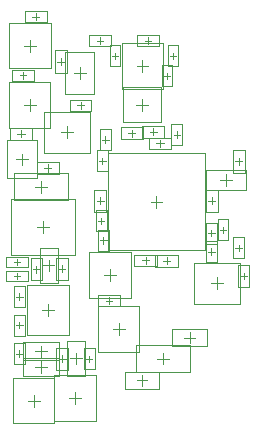
<source format=gbr>
%TF.GenerationSoftware,Altium Limited,Altium Designer,20.2.5 (213)*%
G04 Layer_Color=5220458*
%FSLAX25Y25*%
%MOIN*%
%TF.SameCoordinates,C9AA4840-3426-47ED-90B3-6D3E683A03ED*%
%TF.FilePolarity,Positive*%
%TF.FileFunction,Other,Top_Courtyard*%
%TF.Part,Single*%
G01*
G75*
%TA.AperFunction,NonConductor*%
%ADD78C,0.00394*%
%ADD136C,0.00197*%
D78*
X30132Y129500D02*
X34069D01*
X32100Y127532D02*
Y131468D01*
X59659Y35101D02*
X63596D01*
X61628Y33133D02*
Y37070D01*
X27431Y91566D02*
X31368D01*
X29400Y89598D02*
Y93535D01*
X36031Y41400D02*
X39968D01*
X38000Y39432D02*
Y43369D01*
X74331Y25200D02*
X78268D01*
X76300Y23232D02*
Y27169D01*
X95432Y84600D02*
X99369D01*
X97400Y82631D02*
Y86568D01*
X69400Y16141D02*
Y19684D01*
X67628Y17913D02*
X71172D01*
X101600Y61017D02*
Y63183D01*
X100517Y62100D02*
X102683D01*
X72246Y77426D02*
X76183D01*
X74214Y75458D02*
Y79395D01*
X48600Y118421D02*
Y122357D01*
X46632Y120389D02*
X50568D01*
X36500Y67132D02*
Y71069D01*
X34532Y69100D02*
X38469D01*
X67532Y109800D02*
X71469D01*
X69500Y107832D02*
Y111768D01*
X35836Y80475D02*
Y84412D01*
X33868Y82443D02*
X37805D01*
X85300Y30330D02*
Y34070D01*
X83430Y32200D02*
X87170D01*
X42700Y53919D02*
Y56281D01*
X41519Y55100D02*
X43881D01*
X41619Y25100D02*
X43981D01*
X42800Y23919D02*
Y26281D01*
X33830Y22400D02*
X37570D01*
X35700Y20530D02*
Y24270D01*
X32819Y139200D02*
X35181D01*
X34000Y138019D02*
Y140381D01*
X27417Y26800D02*
X29583D01*
X28500Y25717D02*
Y27883D01*
Y44717D02*
Y46883D01*
X27417Y45800D02*
X29583D01*
X27417Y36300D02*
X29583D01*
X28500Y35217D02*
Y37383D01*
X26652Y52700D02*
X28817D01*
X27735Y51617D02*
Y53783D01*
X29700Y118517D02*
Y120683D01*
X28617Y119600D02*
X30783D01*
X42300Y123019D02*
Y125381D01*
X41119Y124200D02*
X43481D01*
X29061Y98919D02*
Y101281D01*
X27880Y100100D02*
X30242D01*
X38000Y87519D02*
Y89881D01*
X36819Y88700D02*
X39181D01*
X42351Y100623D02*
X46288D01*
X44319Y98655D02*
Y102592D01*
X47870Y109595D02*
X50035D01*
X48953Y108512D02*
Y110677D01*
X36430Y56300D02*
X40170D01*
X38300Y54430D02*
Y58170D01*
X27735Y56317D02*
Y58483D01*
X26652Y57400D02*
X28817D01*
X34200Y53819D02*
Y56181D01*
X33019Y55000D02*
X35381D01*
X33830Y27600D02*
X37570D01*
X35700Y25730D02*
Y29470D01*
X45497Y25300D02*
X49237D01*
X47367Y23430D02*
Y27170D01*
X65990Y99106D02*
Y101468D01*
X64809Y100287D02*
X67171D01*
X73090Y99577D02*
Y101939D01*
X71909Y100758D02*
X74272D01*
X75400Y95719D02*
Y98081D01*
X74219Y96900D02*
X76581D01*
X96400Y67017D02*
Y69183D01*
X95317Y68100D02*
X97483D01*
X91419Y77800D02*
X93781D01*
X92600Y76619D02*
Y78981D01*
X77602Y56666D02*
Y59028D01*
X76421Y57847D02*
X78783D01*
X54319Y77800D02*
X56681D01*
X55500Y76619D02*
Y78981D01*
X70569Y56724D02*
Y59087D01*
X69388Y57906D02*
X71751D01*
X50717Y25100D02*
X52883D01*
X51800Y24017D02*
Y26183D01*
X100519Y90900D02*
X102881D01*
X101700Y89719D02*
Y92081D01*
X81000Y98717D02*
Y100883D01*
X79917Y99800D02*
X82083D01*
X94400Y48331D02*
Y52268D01*
X92431Y50300D02*
X96368D01*
X78678Y126111D02*
X80843D01*
X79760Y125029D02*
Y127194D01*
X60400Y125017D02*
Y127183D01*
X59317Y126100D02*
X61483D01*
X55400Y130117D02*
Y132283D01*
X54317Y131200D02*
X56483D01*
X57190Y97081D02*
Y99246D01*
X56107Y98164D02*
X58272D01*
X55117Y91100D02*
X57283D01*
X56200Y90017D02*
Y92183D01*
X92500Y65892D02*
Y68058D01*
X91417Y66975D02*
X93583D01*
X69548Y120742D02*
Y124680D01*
X67580Y122711D02*
X71517D01*
X71400Y130117D02*
Y132283D01*
X70317Y131200D02*
X72483D01*
X77749Y118369D02*
Y120535D01*
X76666Y119452D02*
X78831D01*
X102217Y52700D02*
X104383D01*
X103300Y51617D02*
Y53783D01*
X92500Y59717D02*
Y61883D01*
X91417Y60800D02*
X93583D01*
X56731Y53000D02*
X60668D01*
X58700Y51032D02*
Y54969D01*
X58400Y43417D02*
Y45583D01*
X57317Y44500D02*
X59483D01*
X56500Y63517D02*
Y65683D01*
X55417Y64600D02*
X57583D01*
X54717Y71117D02*
X56883D01*
X55800Y70035D02*
Y72200D01*
X33270Y9203D02*
Y13140D01*
X31301Y11171D02*
X35238D01*
X45131Y12100D02*
X49068D01*
X47100Y10131D02*
Y14069D01*
X32005Y107731D02*
Y111669D01*
X30036Y109700D02*
X33973D01*
D136*
X25210Y121921D02*
X38990D01*
Y137079D01*
X25210D02*
X38990D01*
X25210Y121921D02*
Y137079D01*
X54738Y27522D02*
Y42680D01*
X68518Y27522D02*
Y42680D01*
X54738Y27522D02*
X68518D01*
X54738Y42680D02*
X68518D01*
X24282Y85247D02*
Y97885D01*
X34518Y85247D02*
Y97885D01*
X24282Y85247D02*
X34518D01*
X24282Y97885D02*
X34518D01*
X30913Y33113D02*
Y49687D01*
X45087Y33113D02*
Y49687D01*
X30913Y33113D02*
X45087D01*
X30913Y49687D02*
X45087D01*
X67343Y29728D02*
X85257D01*
Y20672D02*
Y29728D01*
X67343Y20672D02*
X85257D01*
X67343D02*
Y29728D01*
X104093Y81253D02*
Y87946D01*
X90707Y81253D02*
Y87946D01*
Y81253D02*
X104093D01*
X90707Y87946D02*
X104093D01*
X63691Y20669D02*
X75109D01*
X63691Y15157D02*
X75109D01*
X63691D02*
Y20669D01*
X75109Y15157D02*
Y20669D01*
X99828Y58557D02*
X103372D01*
X99828Y65643D02*
X103372D01*
X99828Y58557D02*
Y65643D01*
X103372Y58557D02*
Y65643D01*
X58072Y61284D02*
Y93568D01*
X90356Y61284D02*
Y93568D01*
X58072Y61284D02*
X90356D01*
X58072Y93568D02*
X90356D01*
X43679Y127417D02*
X53521D01*
X43679Y113361D02*
X53521D01*
Y127417D01*
X43679Y113361D02*
Y127417D01*
X25870Y78352D02*
X47130D01*
X25870Y59848D02*
X47130D01*
X25870D02*
Y78352D01*
X47130Y59848D02*
Y78352D01*
X63201Y103894D02*
X75799D01*
X63201D02*
Y115706D01*
X75799Y103894D02*
Y115706D01*
X63201D02*
X75799D01*
X26781Y77916D02*
X44891D01*
X26781Y86971D02*
X44891D01*
Y77916D02*
Y86971D01*
X26781Y77916D02*
Y86971D01*
X79395Y35153D02*
X91206D01*
X79395Y29247D02*
X91206D01*
X79395D02*
Y35153D01*
X91206Y29247D02*
Y35153D01*
X40731Y51360D02*
X44668D01*
X40731Y58840D02*
X44668D01*
X40731Y51360D02*
Y58840D01*
X44668Y51360D02*
Y58840D01*
X40832Y21360D02*
Y28840D01*
X44769Y21360D02*
Y28840D01*
X40832Y21360D02*
X44769D01*
X40832Y28840D02*
X44769D01*
X41605Y19447D02*
Y25353D01*
X29794Y19447D02*
Y25353D01*
Y19447D02*
X41605D01*
X29794Y25353D02*
X41605D01*
X30260Y137232D02*
Y141168D01*
X37740Y137232D02*
Y141168D01*
X30260D02*
X37740D01*
X30260Y137232D02*
X37740D01*
X26728Y23257D02*
Y30343D01*
X30272Y23257D02*
Y30343D01*
X26728Y23257D02*
X30272D01*
X26728Y30343D02*
X30272D01*
X26728Y42257D02*
X30272D01*
X26728Y49343D02*
X30272D01*
X26728Y42257D02*
Y49343D01*
X30272Y42257D02*
Y49343D01*
X26728Y32757D02*
Y39843D01*
X30272Y32757D02*
Y39843D01*
X26728Y32757D02*
X30272D01*
X26728Y39843D02*
X30272D01*
X24191Y50928D02*
Y54472D01*
X31278Y50928D02*
Y54472D01*
X24191D02*
X31278D01*
X24191Y50928D02*
X31278D01*
X26157Y117828D02*
X33243D01*
X26157Y121372D02*
X33243D01*
Y117828D02*
Y121372D01*
X26157Y117828D02*
Y121372D01*
X40332Y120460D02*
X44269D01*
X40332Y127940D02*
X44269D01*
X40332Y120460D02*
Y127940D01*
X44269Y120460D02*
Y127940D01*
X25321Y102068D02*
X32801D01*
X25321Y98132D02*
X32801D01*
X25321D02*
Y102068D01*
X32801Y98132D02*
Y102068D01*
X34260Y86731D02*
X41740D01*
X34260Y90668D02*
X41740D01*
Y86731D02*
Y90668D01*
X34260Y86731D02*
Y90668D01*
X36740Y93733D02*
Y107513D01*
X51898Y93733D02*
Y107513D01*
X36740D02*
X51898D01*
X36740Y93733D02*
X51898D01*
X45409Y107823D02*
Y111366D01*
X52496Y107823D02*
Y111366D01*
X45409D02*
X52496D01*
X45409Y107823D02*
X52496D01*
X35347Y50394D02*
Y62205D01*
X41253Y50394D02*
Y62205D01*
X35347Y50394D02*
X41253D01*
X35347Y62205D02*
X41253D01*
X24191Y59172D02*
X31278D01*
X24191Y55628D02*
X31278D01*
X24191D02*
Y59172D01*
X31278Y55628D02*
Y59172D01*
X32232Y51260D02*
X36169D01*
X32232Y58740D02*
X36169D01*
X32232Y51260D02*
Y58740D01*
X36169Y51260D02*
Y58740D01*
X29794Y24647D02*
Y30553D01*
X41605Y24647D02*
Y30553D01*
X29794D02*
X41605D01*
X29794Y24647D02*
X41605D01*
X44414Y19395D02*
Y31205D01*
X50320Y19395D02*
Y31205D01*
X44414Y19395D02*
X50320D01*
X44414Y31205D02*
X50320D01*
X62250Y102256D02*
X69731D01*
X62250Y98319D02*
X69731D01*
X62250D02*
Y102256D01*
X69731Y98319D02*
Y102256D01*
X69350Y102727D02*
X76831D01*
X69350Y98790D02*
X76831D01*
X69350D02*
Y102727D01*
X76831Y98790D02*
Y102727D01*
X71660Y94932D02*
X79140D01*
X71660Y98869D02*
X79140D01*
Y94932D02*
Y98869D01*
X71660Y94932D02*
Y98869D01*
X94628Y71643D02*
X98172D01*
X94628Y64557D02*
X98172D01*
Y71643D01*
X94628Y64557D02*
Y71643D01*
X94569Y74060D02*
Y81540D01*
X90632Y74060D02*
Y81540D01*
X94569D01*
X90632Y74060D02*
X94569D01*
X73862Y59815D02*
X81342D01*
X73862Y55878D02*
X81342D01*
X73862D02*
Y59815D01*
X81342Y55878D02*
Y59815D01*
X57468Y74060D02*
Y81540D01*
X53531Y74060D02*
Y81540D01*
X57468D01*
X53531Y74060D02*
X57468D01*
X66829Y55937D02*
X74310D01*
X66829Y59874D02*
X74310D01*
Y55937D02*
Y59874D01*
X66829Y55937D02*
Y59874D01*
X50028Y21557D02*
Y28643D01*
X53572Y21557D02*
Y28643D01*
X50028Y21557D02*
X53572D01*
X50028Y28643D02*
X53572D01*
X103668Y87160D02*
Y94640D01*
X99731Y87160D02*
Y94640D01*
X103668D01*
X99731Y87160D02*
X103668D01*
X79228Y103343D02*
X82772D01*
X79228Y96257D02*
X82772D01*
Y103343D01*
X79228Y96257D02*
Y103343D01*
X86821Y43410D02*
X101979D01*
X86821Y57190D02*
X101979D01*
Y43410D02*
Y57190D01*
X86821Y43410D02*
Y57190D01*
X77989Y122568D02*
Y129655D01*
X81532Y122568D02*
Y129655D01*
X77989Y122568D02*
X81532D01*
X77989Y129655D02*
X81532D01*
X58628Y129643D02*
X62172D01*
X58628Y122557D02*
X62172D01*
Y129643D01*
X58628Y122557D02*
Y129643D01*
X51857Y129428D02*
X58943D01*
X51857Y132972D02*
X58943D01*
Y129428D02*
Y132972D01*
X51857Y129428D02*
Y132972D01*
X55418Y101707D02*
X58961D01*
X55418Y94620D02*
X58961D01*
Y101707D01*
X55418Y94620D02*
Y101707D01*
X54428Y87557D02*
Y94643D01*
X57972Y87557D02*
Y94643D01*
X54428Y87557D02*
X57972D01*
X54428Y94643D02*
X57972D01*
X90728Y70518D02*
X94272D01*
X90728Y63432D02*
X94272D01*
Y70518D01*
X90728Y63432D02*
Y70518D01*
X62659Y130290D02*
X76438D01*
X62659Y115132D02*
X76438D01*
Y130290D01*
X62659Y115132D02*
Y130290D01*
X67857Y129428D02*
X74943D01*
X67857Y132972D02*
X74943D01*
Y129428D02*
Y132972D01*
X67857Y129428D02*
Y132972D01*
X75977Y115909D02*
X79520D01*
X75977Y122995D02*
X79520D01*
X75977Y115909D02*
Y122995D01*
X79520Y115909D02*
Y122995D01*
X105072Y49157D02*
Y56243D01*
X101528Y49157D02*
Y56243D01*
X105072D01*
X101528Y49157D02*
X105072D01*
X90728Y57257D02*
X94272D01*
X90728Y64343D02*
X94272D01*
X90728Y57257D02*
Y64343D01*
X94272Y57257D02*
Y64343D01*
X51810Y45421D02*
Y60579D01*
X65590Y45421D02*
Y60579D01*
X51810Y45421D02*
X65590D01*
X51810Y60579D02*
X65590D01*
X54857Y46272D02*
X61943D01*
X54857Y42728D02*
X61943D01*
X54857D02*
Y46272D01*
X61943Y42728D02*
Y46272D01*
X54728Y68143D02*
X58272D01*
X54728Y61057D02*
X58272D01*
Y68143D01*
X54728Y61057D02*
Y68143D01*
X54028Y67574D02*
Y74661D01*
X57572Y67574D02*
Y74661D01*
X54028Y67574D02*
X57572D01*
X54028Y74661D02*
X57572D01*
X26380Y18750D02*
X40160D01*
X26380Y3592D02*
X40160D01*
Y18750D01*
X26380Y3592D02*
Y18750D01*
X53990Y4521D02*
Y19679D01*
X40210Y4521D02*
Y19679D01*
X53990D01*
X40210Y4521D02*
X53990D01*
X25115Y117279D02*
X38895D01*
X25115Y102121D02*
X38895D01*
Y117279D01*
X25115Y102121D02*
Y117279D01*
%TF.MD5,52852c9e61b6b9f066c8ef2825f3d627*%
M02*

</source>
